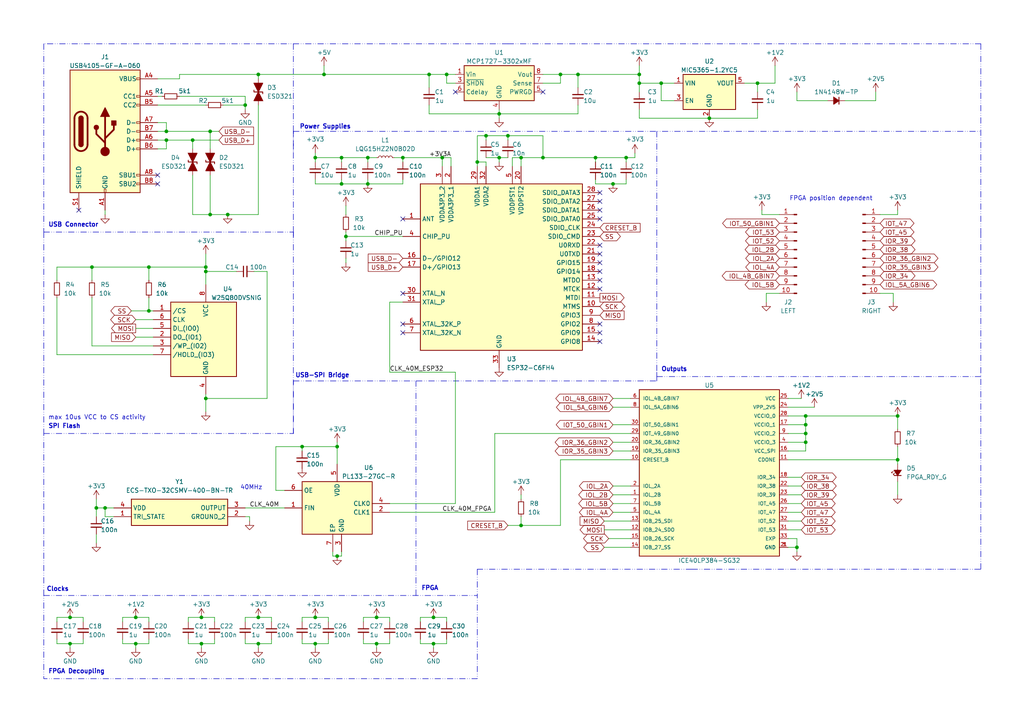
<source format=kicad_sch>
(kicad_sch (version 20231120) (generator "eeschema") (generator_version "8.0")
  (paper "A4")
  (title_block (title "Overview") (rev "2"))
  (junction (at 233.68 123.19))
  (junction (at 27.94 147.32))
  (junction (at 39.37 186.69))
  (junction (at 138.43 46.99))
  (junction (at 181.61 45.72))
  (junction (at 144.78 45.72))
  (junction (at 93.98 21.59))
  (junction (at 128.27 45.72))
  (junction (at 74.93 179.07))
  (junction (at 60.96 62.23))
  (junction (at 162.56 21.59))
  (junction (at 59.69 77.47))
  (junction (at 20.32 179.07))
  (junction (at 151.13 45.72))
  (junction (at 59.69 115.57))
  (junction (at 260.35 120.65))
  (junction (at 91.44 179.07))
  (junction (at 91.44 45.72))
  (junction (at 151.13 152.4))
  (junction (at 74.93 21.59))
  (junction (at 99.06 45.72))
  (junction (at 205.74 34.29))
  (junction (at 185.42 21.59))
  (junction (at 233.68 125.73))
  (junction (at 58.42 186.69))
  (junction (at 144.78 33.02))
  (junction (at 20.32 186.69))
  (junction (at 231.14 158.75))
  (junction (at 87.63 129.54))
  (junction (at 219.71 24.13))
  (junction (at 185.42 24.13))
  (junction (at 106.68 53.34))
  (junction (at 91.44 186.69))
  (junction (at 109.22 179.07))
  (junction (at 26.67 77.47))
  (junction (at 129.54 21.59))
  (junction (at 99.06 53.34))
  (junction (at 55.88 40.64))
  (junction (at 125.73 179.07))
  (junction (at 172.72 45.72))
  (junction (at 59.69 78.74))
  (junction (at 48.26 38.1))
  (junction (at 48.26 40.64))
  (junction (at 177.8 53.34))
  (junction (at 97.79 129.54))
  (junction (at 140.97 39.37))
  (junction (at 260.35 133.35))
  (junction (at 157.48 45.72))
  (junction (at 71.12 30.48))
  (junction (at 97.79 161.29))
  (junction (at 39.37 179.07))
  (junction (at 106.68 45.72))
  (junction (at 60.96 38.1))
  (junction (at 100.33 68.58))
  (junction (at 30.48 147.32))
  (junction (at 147.32 39.37))
  (junction (at 116.84 45.72))
  (junction (at 66.04 62.23))
  (junction (at 191.77 24.13))
  (junction (at 233.68 128.27))
  (junction (at 233.68 120.65))
  (junction (at 125.73 186.69))
  (junction (at 167.64 21.59))
  (junction (at 124.46 21.59))
  (junction (at 109.22 186.69))
  (junction (at 58.42 179.07))
  (junction (at 43.18 77.47))
  (junction (at 43.18 90.17))
  (junction (at 74.93 186.69))
  (no_connect (at 132.08 26.67))
  (no_connect (at 173.99 71.12))
  (no_connect (at 116.84 63.5))
  (no_connect (at 116.84 93.98))
  (no_connect (at 173.99 96.52))
  (no_connect (at 157.48 26.67))
  (no_connect (at 173.99 58.42))
  (no_connect (at 173.99 55.88))
  (no_connect (at 173.99 60.96))
  (no_connect (at 45.72 50.8))
  (no_connect (at 173.99 63.5))
  (no_connect (at 173.99 78.74))
  (no_connect (at 173.99 93.98))
  (no_connect (at 173.99 73.66))
  (no_connect (at 45.72 53.34))
  (no_connect (at 22.86 60.96))
  (no_connect (at 116.84 96.52))
  (no_connect (at 173.99 81.28))
  (no_connect (at 116.84 85.09))
  (no_connect (at 173.99 99.06))
  (no_connect (at 173.99 76.2))
  (no_connect (at 173.99 83.82))
  (wire (pts (xy 177.8 53.34) (xy 181.61 53.34)))
  (wire (pts (xy 254 26.67) (xy 254 29.21)))
  (wire (pts (xy 147.32 152.4) (xy 151.13 152.4)))
  (wire (pts (xy 27.94 144.78) (xy 27.94 147.32)))
  (polyline (pts (xy 190.5 107.95) (xy 190.5 109.22)) (stroke (width 0) (type dash_dot_dot)))
  (wire (pts (xy 148.59 48.26) (xy 148.59 45.72)))
  (wire (pts (xy 109.22 186.69) (xy 113.03 186.69)))
  (wire (pts (xy 30.48 60.96) (xy 30.48 62.23)))
  (wire (pts (xy 157.48 39.37) (xy 157.48 45.72)))
  (wire (pts (xy 54.61 186.69) (xy 58.42 186.69)))
  (polyline (pts (xy 284.48 109.22) (xy 198.12 109.22)) (stroke (width 0) (type dash_dot_dot)))
  (wire (pts (xy 99.06 45.72) (xy 106.68 45.72)))
  (wire (pts (xy 24.13 186.69) (xy 24.13 185.42)))
  (wire (pts (xy 45.72 40.64) (xy 48.26 40.64)))
  (wire (pts (xy 72.39 151.13) (xy 72.39 149.86)))
  (wire (pts (xy 220.98 62.23) (xy 226.06 62.23)))
  (wire (pts (xy 74.93 30.48) (xy 74.93 62.23)))
  (wire (pts (xy 58.42 186.69) (xy 58.42 187.96)))
  (wire (pts (xy 59.69 114.3) (xy 59.69 115.57)))
  (polyline (pts (xy 85.09 12.7) (xy 85.09 31.75)) (stroke (width 0) (type dash_dot_dot)))
  (wire (pts (xy 27.94 147.32) (xy 27.94 149.86)))
  (wire (pts (xy 129.54 179.07) (xy 129.54 180.34)))
  (wire (pts (xy 74.93 21.59) (xy 52.07 21.59)))
  (wire (pts (xy 60.96 38.1) (xy 60.96 43.18)))
  (wire (pts (xy 43.18 77.47) (xy 43.18 81.28)))
  (wire (pts (xy 125.73 179.07) (xy 121.92 179.07)))
  (wire (pts (xy 48.26 35.56) (xy 48.26 38.1)))
  (wire (pts (xy 35.56 185.42) (xy 35.56 186.69)))
  (wire (pts (xy 177.8 148.59) (xy 182.88 148.59)))
  (wire (pts (xy 228.6 133.35) (xy 260.35 133.35)))
  (wire (pts (xy 16.51 186.69) (xy 20.32 186.69)))
  (wire (pts (xy 45.72 30.48) (xy 59.69 30.48)))
  (wire (pts (xy 99.06 52.07) (xy 99.06 53.34)))
  (wire (pts (xy 167.64 21.59) (xy 167.64 25.4)))
  (wire (pts (xy 54.61 179.07) (xy 54.61 180.34)))
  (wire (pts (xy 260.35 62.23) (xy 255.27 62.23)))
  (wire (pts (xy 191.77 24.13) (xy 195.58 24.13)))
  (wire (pts (xy 125.73 186.69) (xy 129.54 186.69)))
  (wire (pts (xy 228.6 118.11) (xy 236.22 118.11)))
  (wire (pts (xy 228.6 123.19) (xy 233.68 123.19)))
  (wire (pts (xy 128.27 45.72) (xy 128.27 48.26)))
  (wire (pts (xy 116.84 45.72) (xy 116.84 46.99)))
  (wire (pts (xy 35.56 186.69) (xy 39.37 186.69)))
  (wire (pts (xy 106.68 45.72) (xy 109.22 45.72)))
  (polyline (pts (xy 85.09 67.31) (xy 85.09 125.73)) (stroke (width 0) (type dash_dot_dot)))
  (wire (pts (xy 128.27 45.72) (xy 130.81 45.72)))
  (wire (pts (xy 95.25 186.69) (xy 95.25 185.42)))
  (wire (pts (xy 231.14 26.67) (xy 231.14 29.21)))
  (wire (pts (xy 233.68 120.65) (xy 233.68 123.19)))
  (wire (pts (xy 43.18 179.07) (xy 43.18 180.34)))
  (wire (pts (xy 113.03 107.95) (xy 113.03 87.63)))
  (wire (pts (xy 151.13 149.86) (xy 151.13 152.4)))
  (wire (pts (xy 52.07 22.86) (xy 45.72 22.86)))
  (wire (pts (xy 228.6 148.59) (xy 232.41 148.59)))
  (wire (pts (xy 162.56 133.35) (xy 182.88 133.35)))
  (wire (pts (xy 177.8 140.97) (xy 182.88 140.97)))
  (wire (pts (xy 27.94 147.32) (xy 30.48 147.32)))
  (wire (pts (xy 43.18 90.17) (xy 44.45 90.17)))
  (polyline (pts (xy 12.7 12.7) (xy 12.7 67.31)) (stroke (width 0) (type dash_dot_dot)))
  (polyline (pts (xy 85.09 67.31) (xy 85.09 68.58)) (stroke (width 0) (type dash_dot_dot)))
  (wire (pts (xy 74.93 21.59) (xy 74.93 22.86)))
  (polyline (pts (xy 85.09 125.73) (xy 85.09 110.49)) (stroke (width 0) (type dash_dot_dot)))
  (wire (pts (xy 97.79 161.29) (xy 99.06 161.29)))
  (wire (pts (xy 177.8 143.51) (xy 182.88 143.51)))
  (wire (pts (xy 93.98 19.05) (xy 93.98 21.59)))
  (wire (pts (xy 140.97 39.37) (xy 140.97 40.64)))
  (wire (pts (xy 87.63 129.54) (xy 80.01 129.54)))
  (wire (pts (xy 20.32 179.07) (xy 24.13 179.07)))
  (wire (pts (xy 91.44 44.45) (xy 91.44 45.72)))
  (wire (pts (xy 100.33 68.58) (xy 116.84 68.58)))
  (wire (pts (xy 26.67 77.47) (xy 43.18 77.47)))
  (wire (pts (xy 72.39 149.86) (xy 71.12 149.86)))
  (wire (pts (xy 114.3 45.72) (xy 116.84 45.72)))
  (wire (pts (xy 124.46 21.59) (xy 129.54 21.59)))
  (polyline (pts (xy 120.65 172.72) (xy 120.65 110.49)) (stroke (width 0) (type dash_dot_dot)))
  (wire (pts (xy 148.59 45.72) (xy 151.13 45.72)))
  (wire (pts (xy 62.23 186.69) (xy 62.23 185.42)))
  (wire (pts (xy 48.26 40.64) (xy 55.88 40.64)))
  (wire (pts (xy 177.8 53.34) (xy 172.72 53.34)))
  (wire (pts (xy 233.68 130.81) (xy 228.6 130.81)))
  (wire (pts (xy 172.72 45.72) (xy 181.61 45.72)))
  (wire (pts (xy 259.08 85.09) (xy 255.27 85.09)))
  (wire (pts (xy 140.97 46.99) (xy 140.97 48.26)))
  (wire (pts (xy 167.64 21.59) (xy 185.42 21.59)))
  (wire (pts (xy 99.06 53.34) (xy 106.68 53.34)))
  (wire (pts (xy 113.03 186.69) (xy 113.03 185.42)))
  (wire (pts (xy 151.13 45.72) (xy 157.48 45.72)))
  (wire (pts (xy 20.32 186.69) (xy 20.32 187.96)))
  (wire (pts (xy 30.48 147.32) (xy 33.02 147.32)))
  (wire (pts (xy 228.6 151.13) (xy 232.41 151.13)))
  (wire (pts (xy 97.79 129.54) (xy 97.79 134.62)))
  (wire (pts (xy 35.56 179.07) (xy 39.37 179.07)))
  (wire (pts (xy 175.26 158.75) (xy 182.88 158.75)))
  (wire (pts (xy 59.69 77.47) (xy 59.69 78.74)))
  (polyline (pts (xy 85.09 110.49) (xy 190.5 110.49)) (stroke (width 0) (type dash_dot_dot)))
  (wire (pts (xy 162.56 24.13) (xy 162.56 21.59)))
  (wire (pts (xy 71.12 186.69) (xy 74.93 186.69)))
  (wire (pts (xy 259.08 87.63) (xy 259.08 85.09)))
  (wire (pts (xy 116.84 53.34) (xy 116.84 52.07)))
  (wire (pts (xy 151.13 152.4) (xy 162.56 152.4)))
  (wire (pts (xy 74.93 179.07) (xy 71.12 179.07)))
  (wire (pts (xy 233.68 123.19) (xy 233.68 125.73)))
  (wire (pts (xy 231.14 160.02) (xy 231.14 158.75)))
  (wire (pts (xy 157.48 45.72) (xy 172.72 45.72)))
  (polyline (pts (xy 12.7 67.31) (xy 12.7 125.73)) (stroke (width 0) (type dash_dot_dot)))
  (wire (pts (xy 52.07 21.59) (xy 52.07 22.86)))
  (wire (pts (xy 219.71 31.75) (xy 219.71 34.29)))
  (wire (pts (xy 219.71 24.13) (xy 224.79 24.13)))
  (wire (pts (xy 91.44 186.69) (xy 95.25 186.69)))
  (wire (pts (xy 228.6 128.27) (xy 233.68 128.27)))
  (wire (pts (xy 151.13 143.51) (xy 151.13 144.78)))
  (wire (pts (xy 138.43 46.99) (xy 138.43 48.26)))
  (wire (pts (xy 39.37 92.71) (xy 44.45 92.71)))
  (wire (pts (xy 93.98 21.59) (xy 124.46 21.59)))
  (wire (pts (xy 26.67 100.33) (xy 44.45 100.33)))
  (wire (pts (xy 64.77 30.48) (xy 71.12 30.48)))
  (wire (pts (xy 140.97 39.37) (xy 147.32 39.37)))
  (wire (pts (xy 224.79 19.05) (xy 224.79 24.13)))
  (wire (pts (xy 105.41 179.07) (xy 105.41 180.34)))
  (wire (pts (xy 185.42 31.75) (xy 185.42 34.29)))
  (polyline (pts (xy 138.43 165.1) (xy 138.43 172.72)) (stroke (width 0) (type dash_dot_dot)))
  (wire (pts (xy 121.92 186.69) (xy 125.73 186.69)))
  (wire (pts (xy 24.13 179.07) (xy 24.13 180.34)))
  (wire (pts (xy 48.26 38.1) (xy 60.96 38.1)))
  (wire (pts (xy 100.33 67.31) (xy 100.33 68.58)))
  (wire (pts (xy 185.42 26.67) (xy 185.42 24.13)))
  (wire (pts (xy 147.32 39.37) (xy 157.48 39.37)))
  (wire (pts (xy 39.37 97.79) (xy 44.45 97.79)))
  (wire (pts (xy 132.08 107.95) (xy 113.03 107.95)))
  (wire (pts (xy 185.42 34.29) (xy 205.74 34.29)))
  (wire (pts (xy 181.61 45.72) (xy 181.61 46.99)))
  (wire (pts (xy 228.6 120.65) (xy 233.68 120.65)))
  (wire (pts (xy 228.6 153.67) (xy 232.41 153.67)))
  (wire (pts (xy 16.51 102.87) (xy 16.51 86.36)))
  (wire (pts (xy 60.96 38.1) (xy 63.5 38.1)))
  (wire (pts (xy 175.26 153.67) (xy 182.88 153.67)))
  (wire (pts (xy 16.51 77.47) (xy 26.67 77.47)))
  (wire (pts (xy 59.69 78.74) (xy 68.58 78.74)))
  (wire (pts (xy 125.73 186.69) (xy 125.73 187.96)))
  (wire (pts (xy 45.72 35.56) (xy 48.26 35.56)))
  (wire (pts (xy 162.56 21.59) (xy 167.64 21.59)))
  (wire (pts (xy 109.22 179.07) (xy 105.41 179.07)))
  (polyline (pts (xy 12.7 125.73) (xy 85.09 125.73)) (stroke (width 0) (type dash_dot_dot)))
  (wire (pts (xy 215.9 24.13) (xy 219.71 24.13)))
  (wire (pts (xy 95.25 179.07) (xy 95.25 180.34)))
  (wire (pts (xy 185.42 19.05) (xy 185.42 21.59)))
  (wire (pts (xy 16.51 185.42) (xy 16.51 186.69)))
  (polyline (pts (xy 190.5 109.22) (xy 190.5 110.49)) (stroke (width 0) (type dash_dot_dot)))
  (wire (pts (xy 106.68 52.07) (xy 106.68 53.34)))
  (wire (pts (xy 162.56 152.4) (xy 162.56 133.35)))
  (wire (pts (xy 100.33 68.58) (xy 100.33 69.85)))
  (wire (pts (xy 113.03 146.05) (xy 132.08 146.05)))
  (wire (pts (xy 144.78 33.02) (xy 144.78 34.29)))
  (wire (pts (xy 157.48 24.13) (xy 162.56 24.13)))
  (wire (pts (xy 177.8 146.05) (xy 182.88 146.05)))
  (wire (pts (xy 58.42 179.07) (xy 54.61 179.07)))
  (wire (pts (xy 231.14 158.75) (xy 228.6 158.75)))
  (wire (pts (xy 167.64 30.48) (xy 167.64 33.02)))
  (wire (pts (xy 222.25 85.09) (xy 226.06 85.09)))
  (wire (pts (xy 91.44 52.07) (xy 91.44 53.34)))
  (wire (pts (xy 43.18 77.47) (xy 59.69 77.47)))
  (wire (pts (xy 105.41 186.69) (xy 109.22 186.69)))
  (wire (pts (xy 106.68 53.34) (xy 116.84 53.34)))
  (wire (pts (xy 144.78 45.72) (xy 147.32 45.72)))
  (wire (pts (xy 58.42 186.69) (xy 62.23 186.69)))
  (wire (pts (xy 191.77 29.21) (xy 195.58 29.21)))
  (wire (pts (xy 260.35 60.96) (xy 260.35 62.23)))
  (wire (pts (xy 124.46 30.48) (xy 124.46 33.02)))
  (wire (pts (xy 231.14 156.21) (xy 228.6 156.21)))
  (polyline (pts (xy 284.48 12.7) (xy 284.48 67.31)) (stroke (width 0) (type dash_dot_dot)))
  (wire (pts (xy 228.6 138.43) (xy 232.41 138.43)))
  (wire (pts (xy 26.67 86.36) (xy 26.67 100.33)))
  (wire (pts (xy 77.47 115.57) (xy 77.47 78.74)))
  (wire (pts (xy 91.44 46.99) (xy 91.44 45.72)))
  (wire (pts (xy 177.8 115.57) (xy 182.88 115.57)))
  (wire (pts (xy 91.44 186.69) (xy 91.44 187.96)))
  (wire (pts (xy 52.07 27.94) (xy 71.12 27.94)))
  (wire (pts (xy 172.72 53.34) (xy 172.72 52.07)))
  (wire (pts (xy 87.63 130.81) (xy 87.63 129.54)))
  (wire (pts (xy 74.93 21.59) (xy 93.98 21.59)))
  (wire (pts (xy 43.18 186.69) (xy 43.18 185.42)))
  (polyline (pts (xy 12.7 172.72) (xy 12.7 125.73)) (stroke (width 0) (type dash_dot_dot)))
  (wire (pts (xy 147.32 39.37) (xy 147.32 40.64)))
  (wire (pts (xy 71.12 147.32) (xy 82.55 147.32)))
  (wire (pts (xy 26.67 77.47) (xy 26.67 81.28)))
  (wire (pts (xy 71.12 30.48) (xy 71.12 31.75)))
  (polyline (pts (xy 85.09 38.1) (xy 284.48 38.1)) (stroke (width 0) (type dash_dot_dot)))
  (wire (pts (xy 228.6 140.97) (xy 232.41 140.97)))
  (polyline (pts (xy 284.48 165.1) (xy 284.48 109.22)) (stroke (width 0) (type dash_dot_dot)))
  (wire (pts (xy 191.77 24.13) (xy 191.77 29.21)))
  (wire (pts (xy 260.35 134.62) (xy 260.35 133.35)))
  (wire (pts (xy 140.97 39.37) (xy 138.43 39.37)))
  (wire (pts (xy 38.1 90.17) (xy 43.18 90.17)))
  (wire (pts (xy 143.51 148.59) (xy 143.51 125.73)))
  (wire (pts (xy 172.72 45.72) (xy 172.72 46.99)))
  (wire (pts (xy 177.8 130.81) (xy 182.88 130.81)))
  (wire (pts (xy 105.41 185.42) (xy 105.41 186.69)))
  (wire (pts (xy 74.93 179.07) (xy 78.74 179.07)))
  (wire (pts (xy 143.51 125.73) (xy 182.88 125.73)))
  (wire (pts (xy 245.11 29.21) (xy 254 29.21)))
  (wire (pts (xy 54.61 185.42) (xy 54.61 186.69)))
  (wire (pts (xy 228.6 125.73) (xy 233.68 125.73)))
  (wire (pts (xy 130.81 45.72) (xy 130.81 48.26)))
  (wire (pts (xy 219.71 26.67) (xy 219.71 24.13)))
  (wire (pts (xy 80.01 142.24) (xy 82.55 142.24)))
  (wire (pts (xy 74.93 186.69) (xy 78.74 186.69)))
  (wire (pts (xy 231.14 158.75) (xy 231.14 156.21)))
  (wire (pts (xy 157.48 21.59) (xy 162.56 21.59)))
  (polyline (pts (xy 85.09 67.31) (xy 85.09 38.1)) (stroke (width 0) (type dash_dot_dot)))
  (wire (pts (xy 125.73 179.07) (xy 129.54 179.07)))
  (wire (pts (xy 77.47 78.74) (xy 73.66 78.74)))
  (wire (pts (xy 181.61 45.72) (xy 184.15 45.72)))
  (wire (pts (xy 71.12 179.07) (xy 71.12 180.34)))
  (wire (pts (xy 100.33 59.69) (xy 100.33 62.23)))
  (wire (pts (xy 260.35 120.65) (xy 260.35 124.46)))
  (wire (pts (xy 78.74 179.07) (xy 78.74 180.34)))
  (wire (pts (xy 140.97 45.72) (xy 144.78 45.72)))
  (wire (pts (xy 87.63 185.42) (xy 87.63 186.69)))
  (wire (pts (xy 39.37 186.69) (xy 39.37 187.96)))
  (wire (pts (xy 144.78 31.75) (xy 144.78 33.02)))
  (wire (pts (xy 99.06 161.29) (xy 99.06 160.02)))
  (wire (pts (xy 233.68 125.73) (xy 233.68 128.27)))
  (wire (pts (xy 175.26 151.13) (xy 182.88 151.13)))
  (wire (pts (xy 124.46 21.59) (xy 124.46 25.4)))
  (wire (pts (xy 260.35 143.51) (xy 260.35 139.7)))
  (wire (pts (xy 35.56 179.07) (xy 35.56 180.34)))
  (wire (pts (xy 78.74 186.69) (xy 78.74 185.42)))
  (wire (pts (xy 87.63 179.07) (xy 87.63 180.34)))
  (wire (pts (xy 129.54 24.13) (xy 129.54 21.59)))
  (wire (pts (xy 87.63 129.54) (xy 97.79 129.54)))
  (wire (pts (xy 228.6 146.05) (xy 232.41 146.05)))
  (wire (pts (xy 87.63 186.69) (xy 91.44 186.69)))
  (wire (pts (xy 177.8 118.11) (xy 182.88 118.11)))
  (wire (pts (xy 138.43 46.99) (xy 140.97 46.99)))
  (wire (pts (xy 20.32 186.69) (xy 24.13 186.69)))
  (wire (pts (xy 48.26 38.1) (xy 45.72 38.1)))
  (wire (pts (xy 233.68 128.27) (xy 233.68 130.81)))
  (wire (pts (xy 233.68 120.65) (xy 260.35 120.65)))
  (wire (pts (xy 16.51 179.07) (xy 16.51 180.34)))
  (polyline (pts (xy 85.09 38.1) (xy 85.09 31.75)) (stroke (width 0) (type dash_dot_dot)))
  (wire (pts (xy 45.72 27.94) (xy 46.99 27.94)))
  (wire (pts (xy 176.53 156.21) (xy 182.88 156.21)))
  (wire (pts (xy 97.79 128.27) (xy 97.79 129.54)))
  (wire (pts (xy 113.03 148.59) (xy 143.51 148.59)))
  (wire (pts (xy 62.23 179.07) (xy 62.23 180.34)))
  (wire (pts (xy 55.88 40.64) (xy 55.88 43.18)))
  (wire (pts (xy 121.92 185.42) (xy 121.92 186.69)))
  (wire (pts (xy 39.37 95.25) (xy 44.45 95.25)))
  (wire (pts (xy 59.69 73.66) (xy 59.69 77.47)))
  (wire (pts (xy 232.41 115.57) (xy 228.6 115.57)))
  (wire (pts (xy 185.42 24.13) (xy 191.77 24.13)))
  (wire (pts (xy 58.42 179.07) (xy 62.23 179.07)))
  (wire (pts (xy 55.88 62.23) (xy 60.96 62.23)))
  (wire (pts (xy 96.52 161.29) (xy 96.52 160.02)))
  (wire (pts (xy 48.26 43.18) (xy 45.72 43.18)))
  (wire (pts (xy 100.33 74.93) (xy 100.33 76.2)))
  (wire (pts (xy 71.12 185.42) (xy 71.12 186.69)))
  (wire (pts (xy 59.69 78.74) (xy 59.69 82.55)))
  (wire (pts (xy 113.03 179.07) (xy 113.03 180.34)))
  (polyline (pts (xy 284.48 67.31) (xy 284.48 109.22)) (stroke (width 0) (type dash_dot_dot)))
  (wire (pts (xy 30.48 147.32) (xy 30.48 149.86)))
  (wire (pts (xy 260.35 129.54) (xy 260.35 133.35)))
  (wire (pts (xy 113.03 87.63) (xy 116.84 87.63)))
  (wire (pts (xy 16.51 102.87) (xy 44.45 102.87)))
  (wire (pts (xy 16.51 179.07) (xy 20.32 179.07)))
  (wire (pts (xy 144.78 46.99) (xy 144.78 45.72)))
  (wire (pts (xy 43.18 86.36) (xy 43.18 90.17)))
  (wire (pts (xy 184.15 44.45) (xy 184.15 45.72)))
  (wire (pts (xy 91.44 45.72) (xy 99.06 45.72)))
  (polyline (pts (xy 200.66 165.1) (xy 138.43 165.1)) (stroke (width 0) (type dash_dot_dot)))
  (polyline (pts (xy 147.32 12.7) (xy 12.7 12.7)) (stroke (width 0) (type dash_dot_dot)))
  (wire (pts (xy 16.51 77.47) (xy 16.51 81.28)))
  (wire (pts (xy 132.08 146.05) (xy 132.08 107.95)))
  (wire (pts (xy 66.04 62.23) (xy 60.96 62.23)))
  (wire (pts (xy 60.96 50.8) (xy 60.96 62.23)))
  (wire (pts (xy 109.22 186.69) (xy 109.22 187.96)))
  (wire (pts (xy 177.8 123.19) (xy 182.88 123.19)))
  (wire (pts (xy 177.8 128.27) (xy 182.88 128.27)))
  (wire (pts (xy 48.26 40.64) (xy 48.26 43.18)))
  (wire (pts (xy 80.01 129.54) (xy 80.01 142.24)))
  (wire (pts (xy 39.37 179.07) (xy 43.18 179.07)))
  (polyline (pts (xy 190.5 38.1) (xy 190.5 107.95)) (stroke (width 0) (type dash_dot_dot)))
  (wire (pts (xy 109.22 179.07) (xy 113.03 179.07)))
  (wire (pts (xy 220.98 60.96) (xy 220.98 62.23)))
  (wire (pts (xy 91.44 53.34) (xy 99.06 53.34)))
  (wire (pts (xy 151.13 45.72) (xy 151.13 48.26)))
  (wire (pts (xy 99.06 45.72) (xy 99.06 46.99)))
  (polyline (pts (xy 12.7 67.31) (xy 85.09 67.31)) (stroke (width 0) (type dash_dot_dot)))
  (wire (pts (xy 91.44 179.07) (xy 95.25 179.07)))
  (wire (pts (xy 132.08 24.13) (xy 129.54 24.13)))
  (wire (pts (xy 91.44 179.07) (xy 87.63 179.07)))
  (wire (pts (xy 55.88 50.8) (xy 55.88 62.23)))
  (wire (pts (xy 181.61 53.34) (xy 181.61 52.07)))
  (wire (pts (xy 106.68 45.72) (xy 106.68 46.99)))
  (wire (pts (xy 185.42 21.59) (xy 185.42 24.13)))
  (polyline (pts (xy 190.5 109.22) (xy 198.12 109.22)) (stroke (width 0) (type dash_dot_dot)))
  (wire (pts (xy 30.48 149.86) (xy 33.02 149.86)))
  (wire (pts (xy 74.93 186.69) (xy 74.93 187.96)))
  (wire (pts (xy 74.93 62.23) (xy 66.04 62.23)))
  (wire (pts (xy 121.92 179.07) (xy 121.92 180.34)))
  (wire (pts (xy 97.79 161.29) (xy 96.52 161.29)))
  (wire (pts (xy 59.69 115.57) (xy 59.69 119.38)))
  (wire (pts (xy 219.71 34.29) (xy 205.74 34.29)))
  (wire (pts (xy 138.43 39.37) (xy 138.43 46.99)))
  (wire (pts (xy 222.25 87.63) (xy 222.25 85.09)))
  (polyline (pts (xy 200.66 165.1) (xy 284.48 165.1)) (stroke (width 0) (type dash_dot_dot)))
  (wire (pts (xy 129.54 21.59) (xy 132.08 21.59)))
  (wire (pts (xy 129.54 186.69) (xy 129.54 185.42)))
  (wire (pts (xy 228.6 143.51) (xy 232.41 143.51)))
  (wire (pts (xy 39.37 186.69) (xy 43.18 186.69)))
  (wire (pts (xy 124.46 33.02) (xy 144.78 33.02)))
  (polyline (pts (xy 85.09 38.1) (xy 85.09 44.45)) (stroke (width 0) (type dash_dot_dot)))
  (wire (pts (xy 55.88 40.64) (xy 63.5 40.64)))
  (polyline (pts (xy 147.32 12.7) (xy 284.48 12.7)) (stroke (width 0) (type dash_dot_dot)))
  (wire (pts (xy 231.14 29.21) (xy 240.03 29.21)))
  (wire (pts (xy 144.78 33.02) (xy 167.64 33.02)))
  (wire (pts (xy 71.12 27.94) (xy 71.12 30.48)))
  (wire (pts (xy 116.84 45.72) (xy 128.27 45.72)))
  (wire (pts (xy 59.69 115.57) (xy 77.47 115.57)))
  (wire (pts (xy 27.94 157.48) (xy 27.94 154.94)))
  (rectangle (start 12.7 172.72) (end 138.43 196.85) (stroke (width 0) (type dash_dot_dot)))
  (text "USB-SPI Bridge" (at 85.598 109.728 0) (effects (font (size 1.27 1.27) (thickness 0.254) (bold yes)) (justify left bottom)))
  (text "SPI Flash\n" (at 13.97 124.46 0) (effects (font (size 1.27 1.27) (thickness 0.254) (bold yes)) (justify left bottom)))
  (text "40MHz" (at 72.898 141.478 0) (effects (font (size 1.27 1.27))))
  (text "Power Supplies" (at 86.868 37.592 0) (effects (font (size 1.27 1.27) (thickness 0.254) (bold yes)) (justify left bottom)))
  (text "Outputs" (at 191.77 107.95 0) (effects (font (size 1.27 1.27) (thickness 0.254) (bold yes)) (justify left bottom)))
  (text "max 10us VCC to CS activity" (at 13.97 121.92 0) (effects (font (size 1.27 1.27)) (justify left bottom)))
  (text "FPGA\n" (at 122.174 171.45 0) (effects (font (size 1.27 1.27) (thickness 0.254) (bold yes)) (justify left bottom)))
  (text "Clocks" (at 13.462 171.704 0) (effects (font (size 1.27 1.27) (thickness 0.254) (bold yes)) (justify left bottom)))
  (text "FPGA position dependent\n" (at 241.046 57.658 0) (effects (font (size 1.27 1.27))))
  (text "USB Connector" (at 13.97 66.04 0) (effects (font (size 1.27 1.27) (thickness 0.254) (bold yes)) (justify left bottom)))
  (text "FPGA Decoupling" (at 13.97 195.58 0) (effects (font (size 1.27 1.27) (thickness 0.254) (bold yes)) (justify left bottom)))
  (label "CLK_40M" (at 72.39 147.32 0))
  (label "CLK_40M_FPGA" (at 128.27 148.59 0))
  (label "+3V3A" (at 124.46 45.72 0))
  (label "CHIP_PU" (at 116.84 68.58 180))
  (label "CLK_40M_ESP32" (at 113.03 107.95 0))
  (global_label "MISO" (shape input) (at 39.37 97.79 180) (property "Intersheetrefs" "${INTERSHEET_REFS}" (effects (hide yes))))
  (global_label "IOL_2B" (shape bidirectional) (at 226.06 72.39 180) (property "Intersheetrefs" "${INTERSHEET_REFS}" (effects (hide yes))))
  (global_label "SCK" (shape bidirectional) (at 176.53 156.21 180) (property "Intersheetrefs" "${INTERSHEET_REFS}" (effects (hide yes))))
  (global_label "IOR_39" (shape bidirectional) (at 232.41 143.51 0) (property "Intersheetrefs" "${INTERSHEET_REFS}" (effects (hide yes))))
  (global_label "IOT_50_GBIN1" (shape bidirectional) (at 226.06 64.77 180) (property "Intersheetrefs" "${INTERSHEET_REFS}" (effects (hide yes))))
  (global_label "USB_D-" (shape input) (at 116.84 74.93 180) (property "Intersheetrefs" "${INTERSHEET_REFS}" (effects (hide yes))))
  (global_label "IOT_52" (shape bidirectional) (at 232.41 151.13 0) (property "Intersheetrefs" "${INTERSHEET_REFS}" (effects (hide yes))))
  (global_label "IOT_50_GBIN1" (shape bidirectional) (at 177.8 123.19 180) (property "Intersheetrefs" "${INTERSHEET_REFS}" (effects (hide yes))))
  (global_label "IOL_4A" (shape bidirectional) (at 226.06 77.47 180) (property "Intersheetrefs" "${INTERSHEET_REFS}" (effects (hide yes))))
  (global_label "IOL_4B_GBIN7" (shape bidirectional) (at 177.8 115.57 180) (property "Intersheetrefs" "${INTERSHEET_REFS}" (effects (hide yes))))
  (global_label "IOT_53" (shape bidirectional) (at 226.06 67.31 180) (property "Intersheetrefs" "${INTERSHEET_REFS}" (effects (hide yes))))
  (global_label "IOL_5B" (shape bidirectional) (at 226.06 82.55 180) (property "Intersheetrefs" "${INTERSHEET_REFS}" (effects (hide yes))))
  (global_label "CRESET_B" (shape input) (at 173.99 66.04 0) (property "Intersheetrefs" "${INTERSHEET_REFS}" (effects (hide yes))))
  (global_label "SS" (shape bidirectional) (at 175.26 158.75 180) (property "Intersheetrefs" "${INTERSHEET_REFS}" (effects (hide yes))))
  (global_label "IOL_2A" (shape bidirectional) (at 177.8 140.97 180) (property "Intersheetrefs" "${INTERSHEET_REFS}" (effects (hide yes))))
  (global_label "IOL_2A" (shape bidirectional) (at 226.06 74.93 180) (property "Intersheetrefs" "${INTERSHEET_REFS}" (effects (hide yes))))
  (global_label "MISO" (shape input) (at 173.99 91.44 0) (property "Intersheetrefs" "${INTERSHEET_REFS}" (effects (hide yes))))
  (global_label "IOL_4A" (shape bidirectional) (at 177.8 148.59 180) (property "Intersheetrefs" "${INTERSHEET_REFS}" (effects (hide yes))))
  (global_label "IOR_36_GBIN2" (shape bidirectional) (at 255.27 74.93 0) (property "Intersheetrefs" "${INTERSHEET_REFS}" (effects (hide yes))))
  (global_label "IOR_38" (shape bidirectional) (at 232.41 140.97 0) (property "Intersheetrefs" "${INTERSHEET_REFS}" (effects (hide yes))))
  (global_label "IOR_34" (shape bidirectional) (at 255.27 80.01 0) (property "Intersheetrefs" "${INTERSHEET_REFS}" (effects (hide yes))))
  (global_label "IOL_5A_GBIN6" (shape bidirectional) (at 255.27 82.55 0) (property "Intersheetrefs" "${INTERSHEET_REFS}" (effects (hide yes))))
  (global_label "MOSI" (shape output) (at 175.26 153.67 180) (property "Intersheetrefs" "${INTERSHEET_REFS}" (effects (hide yes))))
  (global_label "IOR_35_GBIN3" (shape bidirectional) (at 255.27 77.47 0) (property "Intersheetrefs" "${INTERSHEET_REFS}" (effects (hide yes))))
  (global_label "IOT_45" (shape bidirectional) (at 232.41 146.05 0) (property "Intersheetrefs" "${INTERSHEET_REFS}" (effects (hide yes))))
  (global_label "USB_D-" (shape input) (at 63.5 38.1 0) (property "Intersheetrefs" "${INTERSHEET_REFS}" (effects (hide yes))))
  (global_label "USB_D+" (shape input) (at 63.5 40.64 0) (property "Intersheetrefs" "${INTERSHEET_REFS}" (effects (hide yes))))
  (global_label "IOT_52" (shape bidirectional) (at 226.06 69.85 180) (property "Intersheetrefs" "${INTERSHEET_REFS}" (effects (hide yes))))
  (global_label "IOL_5A_GBIN6" (shape bidirectional) (at 177.8 118.11 180) (property "Intersheetrefs" "${INTERSHEET_REFS}" (effects (hide yes))))
  (global_label "IOR_39" (shape bidirectional) (at 255.27 69.85 0) (property "Intersheetrefs" "${INTERSHEET_REFS}" (effects (hide yes))))
  (global_label "IOR_38" (shape bidirectional) (at 255.27 72.39 0) (property "Intersheetrefs" "${INTERSHEET_REFS}" (effects (hide yes))))
  (global_label "SS" (shape bidirectional) (at 38.1 90.17 180) (property "Intersheetrefs" "${INTERSHEET_REFS}" (effects (hide yes))))
  (global_label "IOT_45" (shape bidirectional) (at 255.27 67.31 0) (property "Intersheetrefs" "${INTERSHEET_REFS}" (effects (hide yes))))
  (global_label "SCK" (shape bidirectional) (at 39.37 92.71 180) (property "Intersheetrefs" "${INTERSHEET_REFS}" (effects (hide yes))))
  (global_label "IOT_53" (shape bidirectional) (at 232.41 153.67 0) (property "Intersheetrefs" "${INTERSHEET_REFS}" (effects (hide yes))))
  (global_label "IOR_36_GBIN2" (shape bidirectional) (at 177.8 128.27 180) (property "Intersheetrefs" "${INTERSHEET_REFS}" (effects (hide yes))))
  (global_label "MISO" (shape input) (at 175.26 151.13 180) (property "Intersheetrefs" "${INTERSHEET_REFS}" (effects (hide yes))))
  (global_label "IOR_34" (shape bidirectional) (at 232.41 138.43 0) (property "Intersheetrefs" "${INTERSHEET_REFS}" (effects (hide yes))))
  (global_label "SS" (shape bidirectional) (at 173.99 68.58 0) (property "Intersheetrefs" "${INTERSHEET_REFS}" (effects (hide yes))))
  (global_label "MOSI" (shape output) (at 173.99 86.36 0) (property "Intersheetrefs" "${INTERSHEET_REFS}" (effects (hide yes))))
  (global_label "IOL_4B_GBIN7" (shape bidirectional) (at 226.06 80.01 180) (property "Intersheetrefs" "${INTERSHEET_REFS}" (effects (hide yes))))
  (global_label "IOL_2B" (shape bidirectional) (at 177.8 143.51 180) (property "Intersheetrefs" "${INTERSHEET_REFS}" (effects (hide yes))))
  (global_label "SCK" (shape bidirectional) (at 173.99 88.9 0) (property "Intersheetrefs" "${INTERSHEET_REFS}" (effects (hide yes))))
  (global_label "MOSI" (shape output) (at 39.37 95.25 180) (property "Intersheetrefs" "${INTERSHEET_REFS}" (effects (hide yes))))
  (global_label "IOR_35_GBIN3" (shape bidirectional) (at 177.8 130.81 180) (property "Intersheetrefs" "${INTERSHEET_REFS}" (effects (hide yes))))
  (global_label "IOT_47" (shape bidirectional) (at 232.41 148.59 0) (property "Intersheetrefs" "${INTERSHEET_REFS}" (effects (hide yes))))
  (global_label "IOL_5B" (shape bidirectional) (at 177.8 146.05 180) (property "Intersheetrefs" "${INTERSHEET_REFS}" (effects (hide yes))))
  (global_label "IOT_47" (shape bidirectional) (at 255.27 64.77 0) (property "Intersheetrefs" "${INTERSHEET_REFS}" (effects (hide yes))))
  (global_label "CRESET_B" (shape input) (at 147.32 152.4 180) (property "Intersheetrefs" "${INTERSHEET_REFS}" (effects (hide yes))))
  (global_label "USB_D+" (shape input) (at 116.84 77.47 180) (property "Intersheetrefs" "${INTERSHEET_REFS}" (effects (hide yes))))
  (symbol (lib_id "power:GND") (at 231.14 160.02 0) (unit 1)
    (property "Reference" "#PWR035" (effects (hide yes)))
    (property "Value" "GND" (effects (hide yes)))
  )
  (symbol (lib_id "power:+1V2") (at 232.41 115.57 0) (unit 1)
    (property "Reference" "#PWR024" (effects (hide yes)))
    (property "Value" "+1V2" (at 232.41 111.76 0))
  )
  (symbol (lib_id "Device:C_Small") (at 43.18 182.88 0) (unit 1)
    (property "Reference" "C20" (at 44.704 181.61 0) (effects (justify left)))
    (property "Value" "100n" (at 44.704 184.15 0) (effects (justify left)))
    (property "Footprint" "Capacitor_SMD:C_0201_0603Metric" (effects (hide yes)))
  )
  (symbol (lib_id "power:GND") (at 72.39 151.13 0) (unit 1)
    (property "Reference" "#PWR033" (effects (hide yes)))
    (property "Value" "GND" (effects (hide yes)))
  )
  (symbol (lib_id "power:+2V5") (at 236.22 118.11 0) (unit 1)
    (property "Reference" "#PWR025" (effects (hide yes)))
    (property "Value" "+2V5" (at 236.22 114.3 0))
  )
  (symbol (lib_id "Device:R_Small") (at 260.35 127 180) (unit 1)
    (property "Reference" "R7" (at 264.16 125.73 0))
    (property "Value" "10k" (at 264.16 128.27 0))
    (property "Footprint" "Resistor_SMD:R_0402_1005Metric" (effects (hide yes)))
  )
  (symbol (lib_id "Device:D_TVS_Filled") (at 55.88 46.99 90) (unit 1)
    (property "Reference" "D4" (at 49.53 45.72 90) (effects (justify right)))
    (property "Value" "ESD321" (at 46.736 48.26 90) (effects (justify right)))
    (property "Footprint" "PCM_Diode_SMD_AKL:D_0402_1005Metric_TVS" (effects (hide yes)))
  )
  (symbol (lib_id "SamacSys_Parts:PL133-27GC-R") (at 82.55 142.24 0) (unit 1)
    (property "Reference" "U6" (at 106.934 135.636 0))
    (property "Value" "PL133-27GC-R" (at 106.934 138.176 0))
    (property "Footprint" "SamacSys_Parts:SON40P200X130X60-7N-D" (effects (hide yes)))
    (property "Datasheet" "http://ww1.microchip.com/downloads/en/DeviceDoc/PL133-27.pdf" (effects (hide yes)))
    (property "Description" "Clock Buffer 1:2 Fanout Buffer 2 LVCMOS Outputs" (effects (hide yes)))
    (property "Height" "0.6" (effects (hide yes)))
    (property "Mouser Part Number" "998-PL133-27GC-R" (effects (hide yes)))
    (property "Mouser Price/Stock" "https://www.mouser.co.uk/ProductDetail/Microchip-Technology-Atmel/PL133-27GC-R?qs=j39v4Vqw7eJeYvvElwMKlg%3D%3D" (effects (hide yes)))
    (property "Manufacturer_Name" "Microchip" (effects (hide yes)))
    (property "Manufacturer_Part_Number" "PL133-27GC-R" (effects (hide yes)))
  )
  (symbol (lib_id "Device:R_Small") (at 43.18 83.82 180) (unit 1)
    (property "Reference" "R6" (at 46.99 82.55 0))
    (property "Value" "10k" (at 46.99 85.09 0))
    (property "Footprint" "Resistor_SMD:R_0402_1005Metric" (effects (hide yes)))
  )
  (symbol (lib_id "power:GND") (at 20.32 187.96 0) (unit 1)
    (property "Reference" "#PWR044" (effects (hide yes)))
    (property "Value" "GND" (at 20.32 191.77 0))
  )
  (symbol (lib_id "power:GND") (at 66.04 62.23 0) (unit 1)
    (property "Reference" "#PWR018" (effects (hide yes)))
    (property "Value" "GND" (effects (hide yes)))
  )
  (symbol (lib_id "power:GND") (at 144.78 46.99 0) (unit 1)
    (property "Reference" "#PWR011" (effects (hide yes)))
    (property "Value" "GND" (effects (hide yes)))
  )
  (symbol (lib_id "power:+3V3") (at 91.44 44.45 0) (unit 1)
    (property "Reference" "#PWR09" (effects (hide yes)))
    (property "Value" "+3V3" (at 91.44 40.386 0))
  )
  (symbol (lib_id "power:GND") (at 259.08 87.63 0) (unit 1)
    (property "Reference" "#PWR022" (effects (hide yes)))
    (property "Value" "GND" (effects (hide yes)))
  )
  (symbol (lib_id "Connector:Conn_01x10_Pin") (at 231.14 72.39 0) (mirror y) (unit 1)
    (property "Reference" "J2" (at 228.6 87.63 0))
    (property "Value" "LEFT" (at 228.6 90.17 0))
    (property "Footprint" "Connector_PinSocket_2.54mm:PinSocket_1x10_P2.54mm_Vertical" (effects (hide yes)))
  )
  (symbol (lib_id "Device:LED_Small_Filled") (at 260.35 137.16 90) (unit 1)
    (property "Reference" "D5" (at 262.89 135.8264 90) (effects (justify right)))
    (property "Value" "FPGA_RDY_G" (at 262.89 138.3664 90) (effects (justify right)))
    (property "Footprint" "LED_SMD:LED_0603_1608Metric" (effects (hide yes)))
    (property "Description" "Light emitting diode, small symbol, filled shape" (effects (hide yes)))
  )
  (symbol (lib_id "power:+1V2") (at 39.37 179.07 0) (unit 1)
    (property "Reference" "#PWR038" (effects (hide yes)))
    (property "Value" "+1V2" (at 39.37 175.26 0))
  )
  (symbol (lib_id "Device:C_Small") (at 140.97 43.18 0) (unit 1)
    (property "Reference" "C5" (at 142.24 41.91 0) (effects (justify left)))
    (property "Value" "1u" (at 142.24 44.45 0) (effects (justify left)))
    (property "Footprint" "Capacitor_SMD:C_0402_1005Metric" (effects (hide yes)))
  )
  (symbol (lib_id "Device:C_Small") (at 87.63 182.88 0) (unit 1)
    (property "Reference" "C25" (at 89.408 181.61 0) (effects (justify left)))
    (property "Value" "1u" (at 89.408 184.15 0) (effects (justify left)))
    (property "Footprint" "Capacitor_SMD:C_0402_1005Metric" (effects (hide yes)))
  )
  (symbol (lib_id "Device:C_Small") (at 105.41 182.88 0) (unit 1)
    (property "Reference" "C27" (at 107.188 181.61 0) (effects (justify left)))
    (property "Value" "1u" (at 107.188 184.15 0) (effects (justify left)))
    (property "Footprint" "Capacitor_SMD:C_0402_1005Metric" (effects (hide yes)))
  )
  (symbol (lib_id "power:+2V5") (at 20.32 179.07 0) (unit 1)
    (property "Reference" "#PWR037" (effects (hide yes)))
    (property "Value" "+2V5" (at 20.32 175.26 0))
  )
  (symbol (lib_id "Device:R_Small") (at 26.67 83.82 0) (unit 1)
    (property "Reference" "R5" (at 30.48 82.55 0))
    (property "Value" "10k" (at 30.48 85.09 0))
    (property "Footprint" "Resistor_SMD:R_0402_1005Metric" (effects (hide yes)))
  )
  (symbol (lib_id "Device:C_Small") (at 219.71 29.21 180) (unit 1)
    (property "Reference" "C4" (at 224.79 26.67 0) (effects (justify left)))
    (property "Value" "1u" (at 224.79 29.21 0) (effects (justify left)))
    (property "Footprint" "Capacitor_SMD:C_0402_1005Metric" (effects (hide yes)))
  )
  (symbol (lib_id "Device:C_Small") (at 121.92 182.88 0) (unit 1)
    (property "Reference" "C29" (at 123.952 181.61 0) (effects (justify left)))
    (property "Value" "1u" (at 123.952 184.15 0) (effects (justify left)))
    (property "Footprint" "Capacitor_SMD:C_0402_1005Metric" (effects (hide yes)))
  )
  (symbol (lib_id "Device:D_Small_Filled") (at 242.57 29.21 180) (unit 1)
    (property "Reference" "D1" (at 242.57 24.13 0))
    (property "Value" "1N4148W-TP" (at 242.57 26.67 0))
    (property "Footprint" "Diode_SMD:D_SOD-123" (effects (hide yes)))
    (property "Sim.Device" "D" (effects (hide yes)))
    (property "Sim.Pins" "1=K 2=A" (effects (hide yes)))
  )
  (symbol (lib_id "power:+3V3") (at 91.44 179.07 0) (unit 1)
    (property "Reference" "#PWR041" (effects (hide yes)))
    (property "Value" "+3V3" (at 91.44 175.26 0))
  )
  (symbol (lib_id "power:+3V3") (at 59.69 73.66 0) (unit 1)
    (property "Reference" "#PWR019" (effects (hide yes)))
    (property "Value" "+3V3" (at 59.69 69.85 0))
  )
  (symbol (lib_id "power:GND") (at 100.33 76.2 0) (unit 1)
    (property "Reference" "#PWR020" (effects (hide yes)))
    (property "Value" "GND" (effects (hide yes)))
  )
  (symbol (lib_id "Device:C_Small") (at 78.74 182.88 0) (unit 1)
    (property "Reference" "C24" (at 80.264 181.61 0) (effects (justify left)))
    (property "Value" "100n" (at 80.264 184.15 0) (effects (justify left)))
    (property "Footprint" "Capacitor_SMD:C_0201_0603Metric" (effects (hide yes)))
  )
  (symbol (lib_id "power:GND") (at 74.93 187.96 0) (unit 1)
    (property "Reference" "#PWR047" (effects (hide yes)))
    (property "Value" "GND" (at 74.93 191.77 0))
  )
  (symbol (lib_id "Device:C_Small") (at 62.23 182.88 0) (unit 1)
    (property "Reference" "C22" (at 63.754 181.61 0) (effects (justify left)))
    (property "Value" "100n" (at 63.754 184.15 0) (effects (justify left)))
    (property "Footprint" "Capacitor_SMD:C_0201_0603Metric" (effects (hide yes)))
  )
  (symbol (lib_id "Connector:Conn_01x10_Pin") (at 250.19 72.39 0) (unit 1)
    (property "Reference" "J3" (at 252.73 87.63 0))
    (property "Value" "RIGHT" (at 252.73 90.17 0))
    (property "Footprint" "Connector_PinSocket_2.54mm:PinSocket_1x10_P2.54mm_Vertical" (effects (hide yes)))
  )
  (symbol (lib_id "power:GND") (at 144.78 106.68 0) (unit 1)
    (property "Reference" "#PWR023" (effects (hide yes)))
    (property "Value" "GND" (effects (hide yes)))
  )
  (symbol (lib_id "Device:C_Small") (at 181.61 49.53 0) (unit 1)
    (property "Reference" "C12" (at 182.88 48.26 0) (effects (justify left)))
    (property "Value" "100n" (at 182.88 50.8 0) (effects (justify left)))
    (property "Footprint" "Capacitor_SMD:C_0201_0603Metric" (effects (hide yes)))
  )
  (symbol (lib_id "power:GND") (at 97.79 161.29 0) (unit 1)
    (property "Reference" "#PWR036" (effects (hide yes)))
    (property "Value" "GND" (effects (hide yes)))
  )
  (symbol (lib_id "Device:R_Small") (at 16.51 83.82 0) (unit 1)
    (property "Reference" "R4" (at 20.32 82.55 0))
    (property "Value" "10k" (at 20.32 85.09 0))
    (property "Footprint" "Resistor_SMD:R_0402_1005Metric" (effects (hide yes)))
  )
  (symbol (lib_id "power:GND") (at 106.68 53.34 0) (unit 1)
    (property "Reference" "#PWR012" (effects (hide yes)))
    (property "Value" "GND" (effects (hide yes)))
  )
  (symbol (lib_id "power:+3V3") (at 100.33 59.69 0) (unit 1)
    (property "Reference" "#PWR014" (effects (hide yes)))
    (property "Value" "+3V3" (at 100.33 55.88 0))
  )
  (symbol (lib_id "SamacSys_Parts:ECS-TXO-32CSMV-400-BN-TR") (at 33.02 147.32 0) (unit 1)
    (property "Reference" "Y1" (at 52.07 139.7 0))
    (property "Value" "ECS-TXO-32CSMV-400-BN-TR" (at 52.07 142.24 0))
    (property "Footprint" "SamacSys_Parts:ECSTXO32CSMV400BNTR" (effects (hide yes)))
    (property "Datasheet" "https://ecsxtal.com/store/pdf/ECS-TXO-32CSMV.pdf" (effects (hide yes)))
    (property "Description" "Oscillator TCXO 40MHz +/-2ppm (Tol) +/-1ppm (Stability) 10pF Clipped Sinewave 1.8V/2.5V/3.3V 4-Pin CSMD T/R" (effects (hide yes)))
    (property "Height" "1.2" (effects (hide yes)))
    (property "Mouser Part Number" "520-TXO32CSMV400BNTR" (effects (hide yes)))
    (property "Mouser Price/Stock" "https://www.mouser.co.uk/ProductDetail/ECS/ECS-TXO-32CSMV-400-BN-TR?qs=wnTfsH77Xs4o%2FX2DqU4egw%3D%3D" (effects (hide yes)))
    (property "Manufacturer_Name" "ECS" (effects (hide yes)))
    (property "Manufacturer_Part_Number" "ECS-TXO-32CSMV-400-BN-TR" (effects (hide yes)))
  )
  (symbol (lib_id "power:+3V3") (at 74.93 179.07 0) (unit 1)
    (property "Reference" "#PWR040" (effects (hide yes)))
    (property "Value" "+3V3" (at 74.93 175.26 0))
  )
  (symbol (lib_id "Device:C_Small") (at 129.54 182.88 0) (unit 1)
    (property "Reference" "C30" (at 131.064 181.61 0) (effects (justify left)))
    (property "Value" "100n" (at 131.064 184.15 0) (effects (justify left)))
    (property "Footprint" "Capacitor_SMD:C_0201_0603Metric" (effects (hide yes)))
  )
  (symbol (lib_id "power:+3V3") (at 58.42 179.07 0) (unit 1)
    (property "Reference" "#PWR039" (effects (hide yes)))
    (property "Value" "+3V3" (at 58.42 175.26 0))
  )
  (symbol (lib_id "Device:R_Small") (at 49.53 27.94 90) (unit 1)
    (property "Reference" "R1" (at 46.228 26.416 90))
    (property "Value" "5k1" (at 53.594 26.416 90))
    (property "Footprint" "Resistor_SMD:R_0402_1005Metric" (effects (hide yes)))
  )
  (symbol (lib_id "Device:C_Small") (at 35.56 182.88 0) (unit 1)
    (property "Reference" "C19" (at 37.338 181.61 0) (effects (justify left)))
    (property "Value" "1u" (at 37.338 184.15 0) (effects (justify left)))
    (property "Footprint" "Capacitor_SMD:C_0402_1005Metric" (effects (hide yes)))
  )
  (symbol (lib_id "Device:D_TVS_Filled") (at 74.93 26.67 90) (unit 1)
    (property "Reference" "D3" (at 77.47 25.3999 90) (effects (justify right)))
    (property "Value" "ESD321" (at 77.47 27.9399 90) (effects (justify right)))
    (property "Footprint" "PCM_Diode_SMD_AKL:D_0402_1005Metric_TVS" (effects (hide yes)))
  )
  (symbol (lib_id "power:GND") (at 260.35 143.51 0) (unit 1)
    (property "Reference" "#PWR030" (effects (hide yes)))
    (property "Value" "GND" (effects (hide yes)))
  )
  (symbol (lib_id "Regulator_Linear:MCP1727-3302xMF") (at 144.78 24.13 0) (unit 1)
    (property "Reference" "U1" (at 144.78 15.24 0))
    (property "Value" "MCP1727-3302xMF" (at 144.78 17.78 0))
    (property "Footprint" "Package_DFN_QFN:DFN-8-1EP_3x3mm_P0.65mm_EP1.55x2.4mm" (effects (hide yes)))
    (property "Datasheet" "https://ww1.microchip.com/downloads/aemtest/APID/ProductDocuments/DataSheets/MCP1727-1.5A-Low-Voltage-Low-Quiescent-Current-LDO-Regulator-20001999D.pdf" (effects (hide yes)))
    (property "Description" "1.5A, Low Voltage, Low Quiescent Current LDO Regulator, 2.3 - 6V Input, Fixed 3.3V Output, 330mV Dropout, DFN-8" (effects (hide yes)))
  )
  (symbol (lib_id "ICE40LP384-SG32:ICE40LP384-SG32") (at 205.74 133.35 0) (unit 1)
    (property "Reference" "U5" (at 205.74 111.76 0))
    (property "Value" "ICE40LP384-SG32" (at 205.74 162.56 0))
    (property "Footprint" "Package_DFN_QFN:HVQFN-32-1EP_5x5mm_P0.5mm_EP3.1x3.1mm" (effects (hide yes)))
    (property "MANUFACTURER" "Lattice Semiconductor" (effects (hide yes)))
  )
  (symbol (lib_id "Device:C_Small") (at 71.12 78.74 90) (unit 1)
    (property "Reference" "C14" (at 67.31 77.47 90))
    (property "Value" "100n" (at 74.93 77.47 90))
    (property "Footprint" "Capacitor_SMD:C_0201_0603Metric" (effects (hide yes)))
  )
  (symbol (lib_id "power:GND") (at 144.78 34.29 0) (unit 1)
    (property "Reference" "#PWR07" (effects (hide yes)))
    (property "Value" "GND" (effects (hide yes)))
  )
  (symbol (lib_id "power:+3V3") (at 151.13 143.51 0) (unit 1)
    (property "Reference" "#PWR031" (effects (hide yes)))
    (property "Value" "+3V3" (at 151.13 139.7 0))
  )
  (symbol (lib_id "Device:C_Small") (at 27.94 152.4 0) (unit 1)
    (property "Reference" "C16" (at 29.21 151.13 0) (effects (justify left)))
    (property "Value" "100n" (at 29.21 153.67 0) (effects (justify left)))
    (property "Footprint" "Capacitor_SMD:C_0201_0603Metric" (effects (hide yes)))
  )
  (symbol (lib_id "power:GND") (at 125.73 187.96 0) (unit 1)
    (property "Reference" "#PWR050" (effects (hide yes)))
    (property "Value" "GND" (at 125.73 191.77 0))
  )
  (symbol (lib_id "power:+3V3") (at 260.35 60.96 0) (mirror y) (unit 1)
    (property "Reference" "#PWR016" (effects (hide yes)))
    (property "Value" "+3V3" (at 260.35 57.15 0))
  )
  (symbol (lib_id "power:GND") (at 58.42 187.96 0) (unit 1)
    (property "Reference" "#PWR046" (effects (hide yes)))
    (property "Value" "GND" (at 58.42 191.77 0))
  )
  (symbol (lib_id "power:+1V2") (at 224.79 19.05 0) (unit 1)
    (property "Reference" "#PWR03" (effects (hide yes)))
    (property "Value" "+1V2" (at 224.79 15.24 0))
  )
  (symbol (lib_id "Device:C_Small") (at 71.12 182.88 0) (unit 1)
    (property "Reference" "C23" (at 72.898 181.61 0) (effects (justify left)))
    (property "Value" "1u" (at 72.898 184.15 0) (effects (justify left)))
    (property "Footprint" "Capacitor_SMD:C_0402_1005Metric" (effects (hide yes)))
  )
  (symbol (lib_id "power:GND") (at 222.25 87.63 0) (mirror y) (unit 1)
    (property "Reference" "#PWR021" (effects (hide yes)))
    (property "Value" "GND" (effects (hide yes)))
  )
  (symbol (lib_id "power:+3V3") (at 109.22 179.07 0) (unit 1)
    (property "Reference" "#PWR042" (effects (hide yes)))
    (property "Value" "+3V3" (at 109.22 175.26 0))
  )
  (symbol (lib_id "power:+3V3") (at 125.73 179.07 0) (unit 1)
    (property "Reference" "#PWR043" (effects (hide yes)))
    (property "Value" "+3V3" (at 125.73 175.26 0))
  )
  (symbol (lib_id "Device:C_Small") (at 147.32 43.18 0) (unit 1)
    (property "Reference" "C6" (at 148.59 41.91 0) (effects (justify left)))
    (property "Value" "10n" (at 148.59 44.45 0) (effects (justify left)))
    (property "Footprint" "Capacitor_SMD:C_0201_0603Metric" (effects (hide yes)))
  )
  (symbol (lib_id "power:+3V3") (at 220.98 60.96 0) (unit 1)
    (property "Reference" "#PWR015" (effects (hide yes)))
    (property "Value" "+3V3" (at 220.98 57.15 0))
  )
  (symbol (lib_id "power:+2V5") (at 254 26.67 0) (unit 1)
    (property "Reference" "#PWR05" (effects (hide yes)))
    (property "Value" "+2V5" (at 254 22.86 0))
  )
  (symbol (lib_id "power:+3V3") (at 185.42 19.05 0) (unit 1)
    (property "Reference" "#PWR02" (effects (hide yes)))
    (property "Value" "+3V3" (at 185.42 15.24 0))
  )
  (symbol (lib_id "Device:R_Small") (at 62.23 30.48 90) (unit 1)
    (property "Reference" "R2" (at 58.928 29.21 90))
    (property "Value" "5k1" (at 66.04 29.21 90))
    (property "Footprint" "Resistor_SMD:R_0402_1005Metric" (effects (hide yes)))
  )
  (symbol (lib_id "Device:C_Small") (at 95.25 182.88 0) (unit 1)
    (property "Reference" "C26" (at 96.774 181.61 0) (effects (justify left)))
    (property "Value" "100n" (at 96.774 184.15 0) (effects (justify left)))
    (property "Footprint" "Capacitor_SMD:C_0201_0603Metric" (effects (hide yes)))
  )
  (symbol (lib_id "Connector:USB_C_Receptacle_USB2.0") (at 30.48 38.1 0) (unit 1)
    (property "Reference" "J1" (at 30.48 16.51 0))
    (property "Value" "USB4105-GF-A-060" (at 30.48 19.05 0))
    (property "Footprint" "Connector_USB:USB_C_Receptacle_GCT_USB4105-xx-A_16P_TopMnt_Horizontal" (effects (hide yes)))
    (property "Datasheet" "https://www.usb.org/sites/default/files/documents/usb_type-c.zip" (effects (hide yes)))
  )
  (symbol (lib_id "power:GND") (at 87.63 135.89 0) (unit 1)
    (property "Reference" "#PWR029" (effects (hide yes)))
    (property "Value" "GND" (effects (hide yes)))
  )
  (symbol (lib_id "Device:C_Small") (at 116.84 49.53 0) (unit 1)
    (property "Reference" "C10" (at 118.618 48.26 0) (effects (justify left)))
    (property "Value" "100n" (at 118.618 50.8 0) (effects (justify left)))
    (property "Footprint" "Capacitor_SMD:C_0201_0603Metric" (effects (hide yes)))
  )
  (symbol (lib_id "power:GND") (at 39.37 187.96 0) (unit 1)
    (property "Reference" "#PWR045" (effects (hide yes)))
    (property "Value" "GND" (at 39.37 191.77 0))
  )
  (symbol (lib_id "Device:C_Small") (at 24.13 182.88 0) (unit 1)
    (property "Reference" "C18" (at 25.654 181.61 0) (effects (justify left)))
    (property "Value" "100n" (at 25.654 184.15 0) (effects (justify left)))
    (property "Footprint" "Capacitor_SMD:C_0201_0603Metric" (effects (hide yes)))
  )
  (symbol (lib_id "Device:C_Small") (at 106.68 49.53 0) (unit 1)
    (property "Reference" "C9" (at 108.458 48.26 0) (effects (justify left)))
    (property "Value" "100n" (at 108.458 50.8 0) (effects (justify left)))
    (property "Footprint" "Capacitor_SMD:C_0201_0603Metric" (effects (hide yes)))
  )
  (symbol (lib_id "Device:C_Small") (at 124.46 27.94 180) (unit 1)
    (property "Reference" "C1" (at 128.778 26.67 0) (effects (justify left)))
    (property "Value" "1u" (at 128.778 29.21 0) (effects (justify left)))
    (property "Footprint" "Capacitor_SMD:C_0402_1005Metric" (effects (hide yes)))
  )
  (symbol (lib_id "power:+3V3") (at 260.35 120.65 0) (unit 1)
    (property "Reference" "#PWR027" (effects (hide yes)))
    (property "Value" "+3V3" (at 260.35 116.84 0))
  )
  (symbol (lib_id "Device:C_Small") (at 100.33 72.39 0) (unit 1)
    (property "Reference" "C13" (at 101.6 71.12 0) (effects (justify left)))
    (property "Value" "1u" (at 101.6 73.66 0) (effects (justify left)))
    (property "Footprint" "Capacitor_SMD:C_0402_1005Metric" (effects (hide yes)))
  )
  (symbol (lib_id "Device:C_Small") (at 87.63 133.35 0) (unit 1)
    (property "Reference" "C15" (at 88.9 132.08 0) (effects (justify left)))
    (property "Value" "100n" (at 88.9 134.62 0) (effects (justify left)))
    (property "Footprint" "Capacitor_SMD:C_0201_0603Metric" (effects (hide yes)))
  )
  (symbol (lib_id "Device:C_Small") (at 167.64 27.94 180) (unit 1)
    (property "Reference" "C2" (at 171.958 26.67 0) (effects (justify left)))
    (property "Value" "10u" (at 172.974 29.21 0) (effects (justify left)))
    (property "Footprint" "Capacitor_SMD:C_0402_1005Metric" (effects (hide yes)))
  )
  (symbol (lib_id "Device:C_Small") (at 91.44 49.53 0) (unit 1)
    (property "Reference" "C7" (at 92.964 48.26 0) (effects (justify left)))
    (property "Value" "10u" (at 92.964 50.8 0) (effects (justify left)))
    (property "Footprint" "Capacitor_SMD:C_0402_1005Metric" (effects (hide yes)))
  )
  (symbol (lib_id "Device:R_Small") (at 151.13 147.32 180) (unit 1)
    (property "Reference" "R8" (at 154.94 146.05 0))
    (property "Value" "10k" (at 154.94 148.59 0))
    (property "Footprint" "Resistor_SMD:R_0402_1005Metric" (effects (hide yes)))
  )
  (symbol (lib_id "Device:C_Small") (at 16.51 182.88 0) (unit 1)
    (property "Reference" "C17" (at 18.288 181.61 0) (effects (justify left)))
    (property "Value" "1u" (at 18.288 184.15 0) (effects (justify left)))
    (property "Footprint" "Capacitor_SMD:C_0402_1005Metric" (effects (hide yes)))
  )
  (symbol (lib_id "SamacSys_Parts:ESP32-C6FH4") (at 116.84 71.12 0) (unit 1)
    (property "Reference" "U3" (at 146.9741 104.14 0) (effects (justify left)))
    (property "Value" "ESP32-C6FH4" (at 146.9741 106.68 0) (effects (justify left)))
    (property "Footprint" "SamacSys_Parts:QFN50P500X500X90-33N" (effects (hide yes)))
    (property "Datasheet" "https://www.mouser.ch/ProductDetail/Espressif-Systems/ESP32-C6FH4?qs=sGAEpiMZZMu3sxpa5v1qriveB5Rxa06Y9iJOmwW58jU%3D" (effects (hide yes)))
    (property "Description" "Multiprotocol Modules SMD IC ESP32-C6FH4, RISC-V single-core MCU, 2.4G Wi-Fi 6 & BLE 5.0 combo, 4 MB flash, QFN 32-pin," (effects (hide yes)))
    (property "Height" "0.9" (effects (hide yes)))
    (property "Mouser Part Number" "356-ESP32-C6FH4" (effects (hide yes)))
    (property "Mouser Price/Stock" "https://www.mouser.co.uk/ProductDetail/Espressif-Systems/ESP32-C6FH4?qs=Imq1NPwxi77uZvg%252BuAIiXA%3D%3D" (effects (hide yes)))
    (property "Manufacturer_Name" "Espressif Systems" (effects (hide yes)))
    (property "Manufacturer_Part_Number" "ESP32-C6FH4" (effects (hide yes)))
  )
  (symbol (lib_id "power:GND") (at 71.12 31.75 0) (unit 1)
    (property "Reference" "#PWR06" (effects (hide yes)))
    (property "Value" "GND" (at 71.12 35.56 0))
  )
  (symbol (lib_id "power:GND") (at 59.69 119.38 0) (unit 1)
    (property "Reference" "#PWR026" (effects (hide yes)))
    (property "Value" "GND" (effects (hide yes)))
  )
  (symbol (lib_id "Device:C_Small") (at 99.06 49.53 0) (unit 1)
    (property "Reference" "C8" (at 100.838 48.26 0) (effects (justify left)))
    (property "Value" "1u" (at 100.838 50.8 0) (effects (justify left)))
    (property "Footprint" "Capacitor_SMD:C_0402_1005Metric" (effects (hide yes)))
  )
  (symbol (lib_id "Device:L_Small") (at 111.76 45.72 90) (unit 1)
    (property "Reference" "L1" (at 111.76 40.64 90))
    (property "Value" "LQG15HZ2N0B02D" (at 111.76 43.18 90))
    (property "Footprint" "Inductor_SMD:L_0402_1005Metric" (effects (hide yes)))
    (property "Description" "Inductor, small symbol" (effects (hide yes)))
  )
  (symbol (lib_id "power:GND") (at 205.74 34.29 0) (unit 1)
    (property "Reference" "#PWR08" (effects (hide yes)))
    (property "Value" "GND" (effects (hide yes)))
  )
  (symbol (lib_id "power:GND") (at 27.94 157.48 0) (unit 1)
    (property "Reference" "#PWR034" (effects (hide yes)))
    (property "Value" "GND" (effects (hide yes)))
  )
  (symbol (lib_id "power:GND") (at 30.48 62.23 0) (unit 1)
    (property "Reference" "#PWR017" (effects (hide yes)))
    (property "Value" "GND" (effects (hide yes)))
  )
  (symbol (lib_id "power:GND") (at 91.44 187.96 0) (unit 1)
    (property "Reference" "#PWR048" (effects (hide yes)))
    (property "Value" "GND" (at 91.44 191.77 0))
  )
  (symbol (lib_id "Device:C_Small") (at 172.72 49.53 0) (unit 1)
    (property "Reference" "C11" (at 173.99 48.26 0) (effects (justify left)))
    (property "Value" "100n" (at 173.99 50.8 0) (effects (justify left)))
    (property "Footprint" "Capacitor_SMD:C_0201_0603Metric" (effects (hide yes)))
  )
  (symbol (lib_id "Device:R_Small") (at 100.33 64.77 180) (unit 1)
    (property "Reference" "R3" (at 104.14 63.5 0))
    (property "Value" "10k" (at 104.14 66.04 0))
    (property "Footprint" "Resistor_SMD:R_0402_1005Metric" (effects (hide yes)))
  )
  (symbol (lib_id "SamacSys_Parts:W25Q80DVSNIG") (at 44.45 90.17 0) (unit 1)
    (property "Reference" "U4" (at 66.04 83.82 0))
    (property "Value" "W25Q80DVSNIG" (at 68.58 86.36 0))
    (property "Footprint" "SamacSys_Parts:SOIC127P600X175-8N" (effects (hide yes)))
    (property "Datasheet" "https://www.winbond.com/hq/search-resource-file.jsp?partNo=W25Q80DVSNIG&type=datasheet" (effects (hide yes)))
    (property "Height" "1.75" (effects (hide yes)))
    (property "Mouser Part Number" "454-W25Q80DVSNIG" (effects (hide yes)))
    (property "Mouser Price/Stock" "https://www.mouser.co.uk/ProductDetail/Winbond/W25Q80DVSNIG?qs=qSfuJ%252Bfl%2Fd4U6qBd6DZUig%3D%3D" (effects (hide yes)))
    (property "Manufacturer_Name" "Winbond" (effects (hide yes)))
    (property "Manufacturer_Part_Number" "W25Q80DVSNIG" (effects (hide yes)))
  )
  (symbol (lib_id "power:+5V") (at 93.98 19.05 0) (unit 1)
    (property "Reference" "#PWR01" (effects (hide yes)))
    (property "Value" "+5V" (at 93.98 15.24 0))
  )
  (symbol (lib_id "power:+3V3") (at 27.94 144.78 0) (unit 1)
    (property "Reference" "#PWR032" (effects (hide yes)))
    (property "Value" "+3V3" (at 27.94 140.97 0))
  )
  (symbol (lib_id "Device:C_Small") (at 54.61 182.88 0) (unit 1)
    (property "Reference" "C21" (at 56.388 181.61 0) (effects (justify left)))
    (property "Value" "1u" (at 56.388 184.15 0) (effects (justify left)))
    (property "Footprint" "Capacitor_SMD:C_0402_1005Metric" (effects (hide yes)))
  )
  (symbol (lib_id "power:+3V3") (at 184.15 44.45 0) (unit 1)
    (property "Reference" "#PWR010" (effects (hide yes)))
    (property "Value" "+3V3" (at 184.15 40.386 0))
  )
  (symbol (lib_id "power:+3V3") (at 97.79 128.27 0) (unit 1)
    (property "Reference" "#PWR028" (effects (hide yes)))
    (property "Value" "+3V3" (at 97.79 124.46 0))
  )
  (symbol (lib_id "Device:C_Small") (at 113.03 182.88 0) (unit 1)
    (property "Reference" "C28" (at 114.554 181.61 0) (effects (justify left)))
    (property "Value" "100n" (at 114.554 184.15 0) (effects (justify left)))
    (property "Footprint" "Capacitor_SMD:C_0201_0603Metric" (effects (hide yes)))
  )
  (symbol (lib_id "power:GND") (at 109.22 187.96 0) (unit 1)
    (property "Reference" "#PWR049" (effects (hide yes)))
    (property "Value" "GND" (at 109.22 191.77 0))
  )
  (symbol (lib_id "power:GND") (at 177.8 53.34 0) (unit 1)
    (property "Reference" "#PWR013" (effects (hide yes)))
    (property "Value" "GND" (effects (hide yes)))
  )
  (symbol (lib_id "Regulator_Linear:MIC5365-3.3YC5") (at 205.74 26.67 0) (unit 1)
    (property "Reference" "U2" (at 205.74 17.78 0))
    (property "Value" "MIC5365-1.2YC5" (at 205.74 20.32 0))
    (property "Footprint" "Package_TO_SOT_SMD:SOT-353_SC-70-5" (effects (hide yes)))
    (property "Datasheet" "http://ww1.microchip.com/downloads/en/DeviceDoc/mic5365.pdf" (effects (hide yes)))
  )
  (symbol (lib_id "power:+3V3") (at 231.14 26.67 0) (unit 1)
    (property "Reference" "#PWR04" (effects (hide yes)))
    (property "Value" "+3V3" (at 231.14 22.86 0))
  )
  (symbol (lib_id "Device:D_TVS_Filled") (at 60.96 46.99 90) (unit 1)
    (property "Reference" "D2" (at 63.5 45.7199 90) (effects (justify right)))
    (property "Value" "ESD321" (at 63.5 48.2599 90) (effects (justify right)))
    (property "Footprint" "PCM_Diode_SMD_AKL:D_0402_1005Metric_TVS" (effects (hide yes)))
  )
  (symbol (lib_id "Device:C_Small") (at 185.42 29.21 180) (unit 1)
    (property "Reference" "C3" (at 190.5 26.67 0) (effects (justify left)))
    (property "Value" "1u" (at 190.5 29.21 0) (effects (justify left)))
    (property "Footprint" "Capacitor_SMD:C_0402_1005Metric" (effects (hide yes)))
  )
)
</source>
